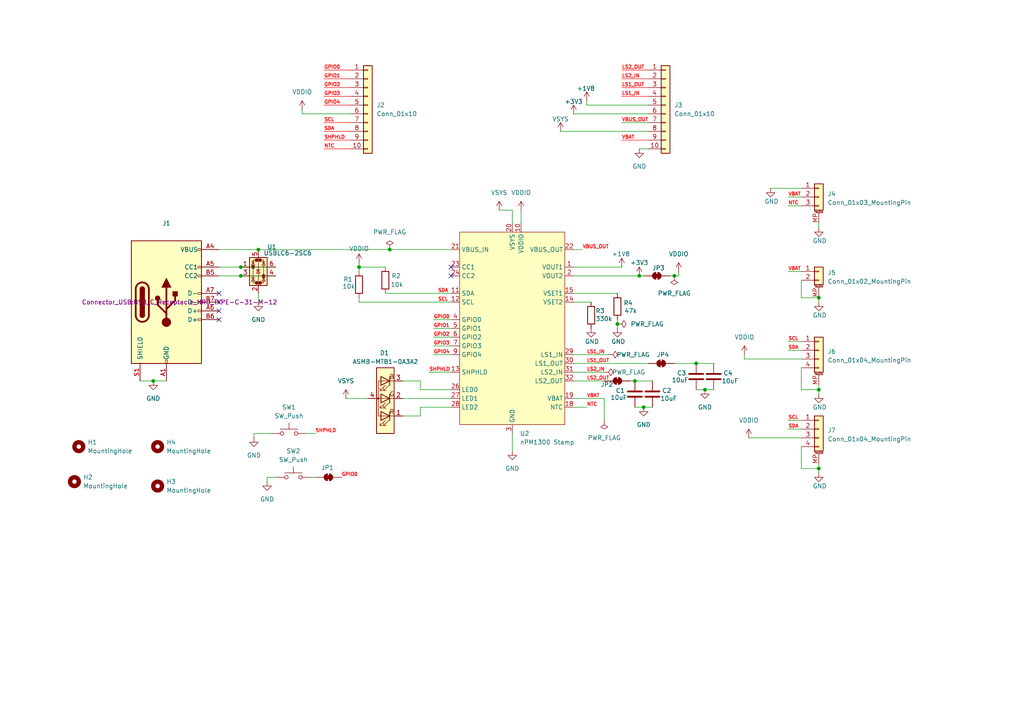
<source format=kicad_sch>
(kicad_sch (version 20231120) (generator "eeschema") (generator_version "8.0")
  (paper "A4")
  (title_block (title "npm1300 Kicad design") (date "06/10/2024") (rev "Version 1") (company "Integral Systems Design"))
  (lib_symbols
    (symbol "Connector:USB_C_Receptacle_USB2.0_14P" (pin_names (offset 1.016))
      (property "Reference" "J" (at 0 22.225 0))
      (property "Value" "USB_C_Receptacle_USB2.0_14P" (at 0 19.685 0))
      (symbol "USB_C_Receptacle_USB2.0_14P_0_0"
        (rectangle (start -0.254 -17.78) (end 0.254 -16.764))
        (rectangle (start 10.16 -4.826) (end 9.144 -5.334))
        (rectangle (start 10.16 -2.286) (end 9.144 -2.794))
        (rectangle (start 10.16 0.254) (end 9.144 -0.254))
        (rectangle (start 10.16 2.794) (end 9.144 2.286))
        (rectangle (start 10.16 7.874) (end 9.144 7.366))
        (rectangle (start 10.16 10.414) (end 9.144 9.906))
        (rectangle (start 10.16 15.494) (end 9.144 14.986))
      )
      (symbol "USB_C_Receptacle_USB2.0_14P_0_1"
        (rectangle (start -10.16 17.78) (end 10.16 -17.78) (stroke (width 0.254)) (fill (type background)))
        (arc (start -8.89 -3.81) (mid -6.985 -5.7067) (end -5.08 -3.81) (stroke (width 0.508)))
        (arc (start -7.62 -3.81) (mid -6.985 -4.4423) (end -6.35 -3.81) (stroke (width 0.254)))
        (arc (start -7.62 -3.81) (mid -6.985 -4.4423) (end -6.35 -3.81) (stroke (width 0.254)) (fill (type outline)))
        (rectangle (start -7.62 -3.81) (end -6.35 3.81) (stroke (width 0.254)) (fill (type outline)))
        (arc (start -6.35 3.81) (mid -6.985 4.4423) (end -7.62 3.81) (stroke (width 0.254)))
        (arc (start -6.35 3.81) (mid -6.985 4.4423) (end -7.62 3.81) (stroke (width 0.254)) (fill (type outline)))
        (arc (start -5.08 3.81) (mid -6.985 5.7067) (end -8.89 3.81) (stroke (width 0.508)))
        (circle (center -2.54 1.143) (radius 0.635) (stroke (width 0.254)) (fill (type outline)))
        (circle (center 0 -5.842) (radius 1.27) (fill (type outline)))
        (polyline (pts (xy -8.89 -3.81) (xy -8.89 3.81)) (stroke (width 0.508)))
        (polyline (pts (xy -5.08 3.81) (xy -5.08 -3.81)) (stroke (width 0.508)))
        (polyline (pts (xy 0 -5.842) (xy 0 4.318)) (stroke (width 0.508)))
        (polyline (pts (xy 0 -3.302) (xy -2.54 -0.762) (xy -2.54 0.508)) (stroke (width 0.508)))
        (polyline (pts (xy 0 -2.032) (xy 2.54 0.508) (xy 2.54 1.778)) (stroke (width 0.508)))
        (polyline (pts (xy -1.27 4.318) (xy 0 6.858) (xy 1.27 4.318) (xy -1.27 4.318)) (stroke (width 0.254)) (fill (type outline)))
        (rectangle (start 1.905 1.778) (end 3.175 3.048) (stroke (width 0.254)) (fill (type outline)))
      )
      (symbol "USB_C_Receptacle_USB2.0_14P_1_1"
        (pin passive line (at 0 -22.86 90) (length 5.08) (name "GND") (number "A1"))
        (pin passive line (at 0 -22.86 90) (length 5.08) hide (name "GND") (number "A12"))
        (pin passive line (at 15.24 15.24 180) (length 5.08) (name "VBUS") (number "A4"))
        (pin bidirectional line (at 15.24 10.16 180) (length 5.08) (name "CC1") (number "A5"))
        (pin bidirectional line (at 15.24 -2.54 180) (length 5.08) (name "D+") (number "A6"))
        (pin bidirectional line (at 15.24 2.54 180) (length 5.08) (name "D-") (number "A7"))
        (pin passive line (at 15.24 15.24 180) (length 5.08) hide (name "VBUS") (number "A9"))
        (pin passive line (at 0 -22.86 90) (length 5.08) hide (name "GND") (number "B1"))
        (pin passive line (at 0 -22.86 90) (length 5.08) hide (name "GND") (number "B12"))
        (pin passive line (at 15.24 15.24 180) (length 5.08) hide (name "VBUS") (number "B4"))
        (pin bidirectional line (at 15.24 7.62 180) (length 5.08) (name "CC2") (number "B5"))
        (pin bidirectional line (at 15.24 -5.08 180) (length 5.08) (name "D+") (number "B6"))
        (pin bidirectional line (at 15.24 0 180) (length 5.08) (name "D-") (number "B7"))
        (pin passive line (at 15.24 15.24 180) (length 5.08) hide (name "VBUS") (number "B9"))
        (pin passive line (at -7.62 -22.86 90) (length 5.08) (name "SHIELD") (number "S1"))
      )
    )
    (symbol "Connector_Generic:Conn_01x10" (pin_names (offset 1.016) hide)
      (property "Reference" "J" (at 0 12.7 0))
      (property "Value" "Conn_01x10" (at 0 -15.24 0))
      (symbol "Conn_01x10_1_1"
        (rectangle (start -1.27 -12.573) (end 0 -12.827) (stroke (width 0.1524)))
        (rectangle (start -1.27 -10.033) (end 0 -10.287) (stroke (width 0.1524)))
        (rectangle (start -1.27 -7.493) (end 0 -7.747) (stroke (width 0.1524)))
        (rectangle (start -1.27 -4.953) (end 0 -5.207) (stroke (width 0.1524)))
        (rectangle (start -1.27 -2.413) (end 0 -2.667) (stroke (width 0.1524)))
        (rectangle (start -1.27 0.127) (end 0 -0.127) (stroke (width 0.1524)))
        (rectangle (start -1.27 2.667) (end 0 2.413) (stroke (width 0.1524)))
        (rectangle (start -1.27 5.207) (end 0 4.953) (stroke (width 0.1524)))
        (rectangle (start -1.27 7.747) (end 0 7.493) (stroke (width 0.1524)))
        (rectangle (start -1.27 10.287) (end 0 10.033) (stroke (width 0.1524)))
        (rectangle (start -1.27 11.43) (end 1.27 -13.97) (stroke (width 0.254)) (fill (type background)))
        (pin passive line (at -5.08 10.16 0) (length 3.81) (name "Pin_1") (number "1"))
        (pin passive line (at -5.08 -12.7 0) (length 3.81) (name "Pin_10") (number "10"))
        (pin passive line (at -5.08 7.62 0) (length 3.81) (name "Pin_2") (number "2"))
        (pin passive line (at -5.08 5.08 0) (length 3.81) (name "Pin_3") (number "3"))
        (pin passive line (at -5.08 2.54 0) (length 3.81) (name "Pin_4") (number "4"))
        (pin passive line (at -5.08 0 0) (length 3.81) (name "Pin_5") (number "5"))
        (pin passive line (at -5.08 -2.54 0) (length 3.81) (name "Pin_6") (number "6"))
        (pin passive line (at -5.08 -5.08 0) (length 3.81) (name "Pin_7") (number "7"))
        (pin passive line (at -5.08 -7.62 0) (length 3.81) (name "Pin_8") (number "8"))
        (pin passive line (at -5.08 -10.16 0) (length 3.81) (name "Pin_9") (number "9"))
      )
    )
    (symbol "Connector_Generic_MountingPin:Conn_01x02_MountingPin" (pin_names (offset 1.016) hide)
      (property "Reference" "J" (at 0 2.54 0))
      (property "Value" "Conn_01x02_MountingPin" (at 1.27 -5.08 0))
      (symbol "Conn_01x02_MountingPin_1_1"
        (rectangle (start -1.27 -2.413) (end 0 -2.667) (stroke (width 0.1524)))
        (rectangle (start -1.27 0.127) (end 0 -0.127) (stroke (width 0.1524)))
        (rectangle (start -1.27 1.27) (end 1.27 -3.81) (stroke (width 0.254)) (fill (type background)))
        (polyline (pts (xy -1.016 -4.572) (xy 1.016 -4.572)) (stroke (width 0.1524)))
        (text "Mounting" (at 0 -4.191 0) (effects (font (size 0.381 0.381))))
        (pin passive line (at -5.08 0 0) (length 3.81) (name "Pin_1") (number "1"))
        (pin passive line (at -5.08 -2.54 0) (length 3.81) (name "Pin_2") (number "2"))
        (pin passive line (at 0 -7.62 90) (length 3.048) (name "MountPin") (number "MP"))
      )
    )
    (symbol "Connector_Generic_MountingPin:Conn_01x03_MountingPin" (pin_names (offset 1.016) hide)
      (property "Reference" "J" (at 0 5.08 0))
      (property "Value" "Conn_01x03_MountingPin" (at 1.27 -5.08 0))
      (symbol "Conn_01x03_MountingPin_1_1"
        (rectangle (start -1.27 -2.413) (end 0 -2.667) (stroke (width 0.1524)))
        (rectangle (start -1.27 0.127) (end 0 -0.127) (stroke (width 0.1524)))
        (rectangle (start -1.27 2.667) (end 0 2.413) (stroke (width 0.1524)))
        (rectangle (start -1.27 3.81) (end 1.27 -3.81) (stroke (width 0.254)) (fill (type background)))
        (polyline (pts (xy -1.016 -4.572) (xy 1.016 -4.572)) (stroke (width 0.1524)))
        (text "Mounting" (at 0 -4.191 0) (effects (font (size 0.381 0.381))))
        (pin passive line (at -5.08 2.54 0) (length 3.81) (name "Pin_1") (number "1"))
        (pin passive line (at -5.08 0 0) (length 3.81) (name "Pin_2") (number "2"))
        (pin passive line (at -5.08 -2.54 0) (length 3.81) (name "Pin_3") (number "3"))
        (pin passive line (at 0 -7.62 90) (length 3.048) (name "MountPin") (number "MP"))
      )
    )
    (symbol "Connector_Generic_MountingPin:Conn_01x04_MountingPin" (pin_names (offset 1.016) hide)
      (property "Reference" "J" (at 0 5.08 0))
      (property "Value" "Conn_01x04_MountingPin" (at 1.27 -7.62 0))
      (symbol "Conn_01x04_MountingPin_1_1"
        (rectangle (start -1.27 -4.953) (end 0 -5.207) (stroke (width 0.1524)))
        (rectangle (start -1.27 -2.413) (end 0 -2.667) (stroke (width 0.1524)))
        (rectangle (start -1.27 0.127) (end 0 -0.127) (stroke (width 0.1524)))
        (rectangle (start -1.27 2.667) (end 0 2.413) (stroke (width 0.1524)))
        (rectangle (start -1.27 3.81) (end 1.27 -6.35) (stroke (width 0.254)) (fill (type background)))
        (polyline (pts (xy -1.016 -7.112) (xy 1.016 -7.112)) (stroke (width 0.1524)))
        (text "Mounting" (at 0 -6.731 0) (effects (font (size 0.381 0.381))))
        (pin passive line (at -5.08 2.54 0) (length 3.81) (name "Pin_1") (number "1"))
        (pin passive line (at -5.08 0 0) (length 3.81) (name "Pin_2") (number "2"))
        (pin passive line (at -5.08 -2.54 0) (length 3.81) (name "Pin_3") (number "3"))
        (pin passive line (at -5.08 -5.08 0) (length 3.81) (name "Pin_4") (number "4"))
        (pin passive line (at 0 -10.16 90) (length 3.048) (name "MountPin") (number "MP"))
      )
    )
    (symbol "Device:C" (pin_numbers hide) (pin_names (offset 0.254))
      (property "Reference" "C" (at 0.635 2.54 0))
      (property "Value" "C" (at 0.635 -2.54 0))
      (symbol "C_0_1"
        (polyline (pts (xy -2.032 -0.762) (xy 2.032 -0.762)) (stroke (width 0.508)))
        (polyline (pts (xy -2.032 0.762) (xy 2.032 0.762)) (stroke (width 0.508)))
      )
      (symbol "C_1_1"
        (pin passive line (at 0 3.81 270) (length 2.794) (name "~") (number "1"))
        (pin passive line (at 0 -3.81 90) (length 2.794) (name "~") (number "2"))
      )
    )
    (symbol "Device:R" (pin_numbers hide) (pin_names (offset 0))
      (property "Reference" "R" (at 2.032 0 90))
      (property "Value" "R" (at 0 0 90))
      (symbol "R_0_1"
        (rectangle (start -1.016 -2.54) (end 1.016 2.54) (stroke (width 0.254)))
      )
      (symbol "R_1_1"
        (pin passive line (at 0 3.81 270) (length 1.27) (name "~") (number "1"))
        (pin passive line (at 0 -3.81 90) (length 1.27) (name "~") (number "2"))
      )
    )
    (symbol "Jumper:SolderJumper_2_Bridged" (pin_numbers hide) (pin_names (offset 0) hide) (exclude_from_sim yes) (in_bom no)
      (property "Reference" "JP" (at 0 2.032 0))
      (property "Value" "SolderJumper_2_Bridged" (at 0 -2.54 0))
      (symbol "SolderJumper_2_Bridged_0_1"
        (rectangle (start -0.508 0.508) (end 0.508 -0.508) (fill (type outline)))
        (arc (start -0.254 1.016) (mid -1.2656 0) (end -0.254 -1.016))
        (arc (start -0.254 1.016) (mid -1.2656 0) (end -0.254 -1.016) (fill (type outline)))
        (polyline (pts (xy -0.254 1.016) (xy -0.254 -1.016)))
        (polyline (pts (xy 0.254 1.016) (xy 0.254 -1.016)))
        (arc (start 0.254 -1.016) (mid 1.2656 0) (end 0.254 1.016))
        (arc (start 0.254 -1.016) (mid 1.2656 0) (end 0.254 1.016) (fill (type outline)))
      )
      (symbol "SolderJumper_2_Bridged_1_1"
        (pin passive line (at -3.81 0 0) (length 2.54) (name "A") (number "1"))
        (pin passive line (at 3.81 0 180) (length 2.54) (name "B") (number "2"))
      )
    )
    (symbol "LED:ASMB-MTB1-0A3A2" (pin_names (offset 0) hide)
      (property "Reference" "D" (at 0 12.7 0))
      (property "Value" "ASMB-MTB1-0A3A2" (at 1.27 -11.43 0))
      (symbol "ASMB-MTB1-0A3A2_0_0"
        (text "B" (at -1.905 -6.35 0) (effects (font (size 1.27 1.27))))
        (text "G" (at -1.905 -1.27 0) (effects (font (size 1.27 1.27))))
        (text "R" (at -1.905 3.81 0) (effects (font (size 1.27 1.27))))
      )
      (symbol "ASMB-MTB1-0A3A2_0_1"
        (polyline (pts (xy -2.54 -5.08) (xy 1.27 -5.08)))
        (polyline (pts (xy -1.27 -3.81) (xy -1.27 -6.35)) (stroke (width 0.254)))
        (polyline (pts (xy -1.27 1.27) (xy -1.27 -1.27)) (stroke (width 0.254)))
        (polyline (pts (xy -1.27 6.35) (xy -1.27 3.81)) (stroke (width 0.254)))
        (polyline (pts (xy 1.27 5.08) (xy -2.54 5.08)))
        (polyline (pts (xy 2.54 0) (xy -2.54 0)))
        (polyline (pts (xy 1.27 -5.08) (xy 2.032 -5.08) (xy 2.032 5.08) (xy 1.27 5.08)))
        (polyline (pts (xy 1.27 -3.81) (xy 1.27 -6.35) (xy -1.27 -5.08) (xy 1.27 -3.81)) (stroke (width 0.254)))
        (polyline (pts (xy 1.27 1.27) (xy 1.27 -1.27) (xy -1.27 0) (xy 1.27 1.27)) (stroke (width 0.254)))
        (polyline (pts (xy 1.27 6.35) (xy 1.27 3.81) (xy -1.27 5.08) (xy 1.27 6.35)) (stroke (width 0.254)))
        (polyline (pts (xy -1.016 -3.81) (xy 0.508 -2.286) (xy -0.254 -2.286) (xy 0.508 -2.286) (xy 0.508 -3.048)))
        (polyline (pts (xy -1.016 1.27) (xy 0.508 2.794) (xy -0.254 2.794) (xy 0.508 2.794) (xy 0.508 2.032)))
        (polyline (pts (xy -1.016 6.35) (xy 0.508 7.874) (xy -0.254 7.874) (xy 0.508 7.874) (xy 0.508 7.112)))
        (polyline (pts (xy 0 -3.81) (xy 1.524 -2.286) (xy 0.762 -2.286) (xy 1.524 -2.286) (xy 1.524 -3.048)))
        (polyline (pts (xy 0 1.27) (xy 1.524 2.794) (xy 0.762 2.794) (xy 1.524 2.794) (xy 1.524 2.032)))
        (polyline (pts (xy 0 6.35) (xy 1.524 7.874) (xy 0.762 7.874) (xy 1.524 7.874) (xy 1.524 7.112)))
        (rectangle (start 1.27 6.35) (end 1.27 6.35))
        (circle (center 2.032 0) (radius 0.254) (fill (type outline)))
        (rectangle (start 2.54 -8.89) (end -2.54 10.16) (stroke (width 0.254)) (fill (type background)))
      )
      (symbol "ASMB-MTB1-0A3A2_1_1"
        (pin passive line (at -5.08 5.08 0) (length 2.54) (name "RK") (number "1"))
        (pin passive line (at -5.08 0 0) (length 2.54) (name "GK") (number "2"))
        (pin passive line (at -5.08 -5.08 0) (length 2.54) (name "BK") (number "3"))
        (pin passive line (at 5.08 0 180) (length 2.54) (name "A") (number "4"))
      )
    )
    (symbol "Mechanical:MountingHole" (pin_names (offset 1.016)) (exclude_from_sim yes) (in_bom no)
      (property "Reference" "H" (at 0 5.08 0))
      (property "Value" "MountingHole" (at 0 3.175 0))
      (symbol "MountingHole_0_1"
        (circle (center 0 0) (radius 1.27) (stroke (width 1.27)))
      )
    )
    (symbol "MySymbols:nPM1300-Stamp"
      (property "Reference" "U" (at 0 0 0))
      (property "Value" "nPM1300 Stamp" (at 0 -2.54 0))
      (symbol "nPM1300-Stamp_0_0"
        (pin power_out line (at 17.78 17.78 180) (length 2.54) (name "VOUT1") (number "1"))
        (pin power_in line (at 2.54 30.48 270) (length 2.54) (name "VDDIO") (number "10"))
        (pin bidirectional line (at -17.78 10.16 0) (length 2.54) (name "SDA") (number "11"))
        (pin input line (at -17.78 7.62 0) (length 2.54) (name "SCL") (number "12"))
        (pin input line (at -17.78 -12.7 0) (length 2.54) (name "SHPHLD") (number "13"))
        (pin passive line (at 17.78 7.62 180) (length 2.54) (name "VSET2") (number "14"))
        (pin passive line (at 17.78 10.16 180) (length 2.54) (name "VSET1") (number "15"))
        (pin passive line (at 0 -30.48 90) (length 2.54) hide (name "GND") (number "16"))
        (pin passive line (at 0 -30.48 90) (length 2.54) hide (name "GND") (number "17"))
        (pin passive line (at 17.78 -22.86 180) (length 2.54) (name "NTC") (number "18"))
        (pin power_in line (at 17.78 -20.32 180) (length 2.54) (name "VBAT") (number "19"))
        (pin power_out line (at 17.78 15.24 180) (length 2.54) (name "VOUT2") (number "2"))
        (pin power_out line (at 0 30.48 270) (length 2.54) (name "VSYS") (number "20"))
        (pin power_in line (at -17.78 22.86 0) (length 2.54) (name "VBUS_IN") (number "21"))
        (pin power_out line (at 17.78 22.86 180) (length 2.54) (name "VBUS_OUT") (number "22"))
        (pin input line (at -17.78 17.78 0) (length 2.54) (name "CC1") (number "23"))
        (pin input line (at -17.78 15.24 0) (length 2.54) (name "CC2") (number "24"))
        (pin passive line (at 0 -30.48 90) (length 2.54) hide (name "GND") (number "25"))
        (pin input line (at -17.78 -17.78 0) (length 2.54) (name "LED0") (number "26"))
        (pin input line (at -17.78 -20.32 0) (length 2.54) (name "LED1") (number "27"))
        (pin input line (at -17.78 -22.86 0) (length 2.54) (name "LED2") (number "28"))
        (pin power_in line (at 17.78 -7.62 180) (length 2.54) (name "LS1_IN") (number "29"))
        (pin power_in line (at 0 -30.48 90) (length 2.54) (name "GND") (number "3"))
        (pin power_out line (at 17.78 -10.16 180) (length 2.54) (name "LS1_OUT") (number "30"))
        (pin power_in line (at 17.78 -12.7 180) (length 2.54) (name "LS2_IN") (number "31"))
        (pin power_out line (at 17.78 -15.24 180) (length 2.54) (name "LS2_OUT") (number "32"))
        (pin bidirectional line (at -17.78 2.54 0) (length 2.54) (name "GPIO0") (number "4"))
        (pin bidirectional line (at -17.78 0 0) (length 2.54) (name "GPIO1") (number "5"))
        (pin bidirectional line (at -17.78 -2.54 0) (length 2.54) (name "GPIO2") (number "6"))
        (pin bidirectional line (at -17.78 -5.08 0) (length 2.54) (name "GPIO3") (number "7"))
        (pin passive line (at 0 -30.48 90) (length 2.54) hide (name "GND") (number "8"))
        (pin bidirectional line (at -17.78 -7.62 0) (length 2.54) (name "GPIO4") (number "9"))
      )
      (symbol "nPM1300-Stamp_1_1"
        (rectangle (start -15.24 27.94) (end 15.24 -27.94) (fill (type background)))
      )
    )
    (symbol "Power_Protection:USBLC6-2SC6" (pin_names hide)
      (property "Reference" "U" (at 0.635 5.715 0))
      (property "Value" "USBLC6-2SC6" (at 0.635 3.81 0))
      (symbol "USBLC6-2SC6_0_0"
        (circle (center -1.524 0) (radius 0.0001) (stroke (width 0.508)))
        (circle (center -0.508 -4.572) (radius 0.0001) (stroke (width 0.508)))
        (circle (center -0.508 2.032) (radius 0.0001) (stroke (width 0.508)))
        (circle (center 0.508 -4.572) (radius 0.0001) (stroke (width 0.508)))
        (circle (center 0.508 2.032) (radius 0.0001) (stroke (width 0.508)))
        (circle (center 1.524 -2.54) (radius 0.0001) (stroke (width 0.508)))
      )
      (symbol "USBLC6-2SC6_0_1"
        (polyline (pts (xy -2.54 -2.54) (xy 2.54 -2.54)))
        (polyline (pts (xy -2.54 0) (xy 2.54 0)))
        (polyline (pts (xy -2.032 -3.048) (xy -1.016 -3.048)))
        (polyline (pts (xy -1.016 1.524) (xy -2.032 1.524)))
        (polyline (pts (xy 1.016 -3.048) (xy 2.032 -3.048)))
        (polyline (pts (xy 1.016 1.524) (xy 2.032 1.524)))
        (polyline (pts (xy -0.508 -1.143) (xy -0.508 -0.762) (xy 0.508 -0.762)))
        (polyline (pts (xy -2.032 0.508) (xy -1.016 0.508) (xy -1.524 1.524) (xy -2.032 0.508)))
        (polyline (pts (xy -1.016 -4.064) (xy -2.032 -4.064) (xy -1.524 -3.048) (xy -1.016 -4.064)))
        (polyline (pts (xy 0.508 -1.778) (xy -0.508 -1.778) (xy 0 -0.762) (xy 0.508 -1.778)))
        (polyline (pts (xy 2.032 -4.064) (xy 1.016 -4.064) (xy 1.524 -3.048) (xy 2.032 -4.064)))
        (polyline (pts (xy 2.032 0.508) (xy 1.016 0.508) (xy 1.524 1.524) (xy 2.032 0.508)))
        (polyline (pts (xy 0 2.54) (xy -0.508 2.032) (xy 0.508 2.032) (xy 0 1.524) (xy 0 -4.064) (xy -0.508 -4.572) (xy 0.508 -4.572) (xy 0 -5.08)))
      )
      (symbol "USBLC6-2SC6_1_1"
        (rectangle (start -2.54 2.794) (end 2.54 -5.334) (stroke (width 0.254)) (fill (type background)))
        (polyline (pts (xy -0.508 2.032) (xy -1.524 2.032) (xy -1.524 -4.572) (xy -0.508 -4.572)))
        (polyline (pts (xy 0.508 -4.572) (xy 1.524 -4.572) (xy 1.524 2.032) (xy 0.508 2.032)))
        (pin passive line (at -5.08 0 0) (length 2.54) (name "I/O1") (number "1"))
        (pin passive line (at 0 -7.62 90) (length 2.54) (name "GND") (number "2"))
        (pin passive line (at -5.08 -2.54 0) (length 2.54) (name "I/O2") (number "3"))
        (pin passive line (at 5.08 -2.54 180) (length 2.54) (name "I/O2") (number "4"))
        (pin passive line (at 0 5.08 270) (length 2.54) (name "VBUS") (number "5"))
        (pin passive line (at 5.08 0 180) (length 2.54) (name "I/O1") (number "6"))
      )
    )
    (symbol "Switch:SW_Push" (pin_numbers hide) (pin_names (offset 1.016) hide)
      (property "Reference" "SW" (at 1.27 2.54 0))
      (property "Value" "SW_Push" (at 0 -1.524 0))
      (symbol "SW_Push_0_1"
        (circle (center -2.032 0) (radius 0.508))
        (polyline (pts (xy 0 1.27) (xy 0 3.048)))
        (polyline (pts (xy 2.54 1.27) (xy -2.54 1.27)))
        (circle (center 2.032 0) (radius 0.508))
        (pin passive line (at -5.08 0 0) (length 2.54) (name "1") (number "1"))
        (pin passive line (at 5.08 0 180) (length 2.54) (name "2") (number "2"))
      )
    )
    (symbol "power:+1V8" (power) (pin_numbers hide) (pin_names (offset 0) hide)
      (property "Value" "+1V8" (at 0 3.556 0))
      (symbol "+1V8_0_1"
        (polyline (pts (xy -0.762 1.27) (xy 0 2.54)))
        (polyline (pts (xy 0 0) (xy 0 2.54)))
        (polyline (pts (xy 0 2.54) (xy 0.762 1.27)))
      )
      (symbol "+1V8_1_1"
        (pin power_in line (at 0 0 90) (length 0) (name "~") (number "1"))
      )
    )
    (symbol "power:+3V3" (power) (pin_numbers hide) (pin_names (offset 0) hide)
      (property "Value" "+3V3" (at 0 3.556 0))
      (symbol "+3V3_0_1"
        (polyline (pts (xy -0.762 1.27) (xy 0 2.54)))
        (polyline (pts (xy 0 0) (xy 0 2.54)))
        (polyline (pts (xy 0 2.54) (xy 0.762 1.27)))
      )
      (symbol "+3V3_1_1"
        (pin power_in line (at 0 0 90) (length 0) (name "~") (number "1"))
      )
    )
    (symbol "power:GND" (power) (pin_numbers hide) (pin_names (offset 0) hide)
      (property "Value" "GND" (at 0 -3.81 0))
      (symbol "GND_0_1"
        (polyline (pts (xy 0 0) (xy 0 -1.27) (xy 1.27 -1.27) (xy 0 -2.54) (xy -1.27 -1.27) (xy 0 -1.27)))
      )
      (symbol "GND_1_1"
        (pin power_in line (at 0 0 270) (length 0) (name "~") (number "1"))
      )
    )
    (symbol "power:PWR_FLAG" (power) (pin_numbers hide) (pin_names (offset 0) hide)
      (property "Value" "PWR_FLAG" (at 0 3.81 0))
      (symbol "PWR_FLAG_0_0"
        (pin power_out line (at 0 0 90) (length 0) (name "~") (number "1"))
      )
      (symbol "PWR_FLAG_0_1"
        (polyline (pts (xy 0 0) (xy 0 1.27) (xy -1.016 1.905) (xy 0 2.54) (xy 1.016 1.905) (xy 0 1.27)))
      )
    )
    (symbol "power:VCC" (power) (pin_numbers hide) (pin_names (offset 0) hide)
      (property "Value" "VCC" (at 0 3.556 0))
      (symbol "VCC_0_1"
        (polyline (pts (xy -0.762 1.27) (xy 0 2.54)))
        (polyline (pts (xy 0 0) (xy 0 2.54)))
        (polyline (pts (xy 0 2.54) (xy 0.762 1.27)))
      )
      (symbol "VCC_1_1"
        (pin power_in line (at 0 0 90) (length 0) (name "~") (number "1"))
      )
    )
  )
  (junction (at 179.07 93.98))
  (junction (at 104.14 77.47))
  (junction (at 201.93 105.41))
  (junction (at 237.49 86.36))
  (junction (at 69.85 80.01))
  (junction (at 184.15 110.49))
  (junction (at 74.93 72.39))
  (junction (at 237.49 135.89))
  (junction (at 69.85 77.47))
  (junction (at 113.03 72.39))
  (junction (at 44.45 110.49))
  (junction (at 195.58 80.01))
  (junction (at 186.69 118.11))
  (junction (at 185.42 80.01))
  (junction (at 204.47 113.03))
  (junction (at 237.49 113.03))
  (no_connect (at 130.81 80.01))
  (no_connect (at 63.5 87.63))
  (no_connect (at 63.5 85.09))
  (no_connect (at 63.5 92.71))
  (no_connect (at 130.81 77.47))
  (no_connect (at 63.5 90.17))
  (wire (pts (xy 179.07 93.98) (xy 179.07 95.25)))
  (wire (pts (xy 93.98 27.94) (xy 101.6 27.94)) (stroke (width 0) (color 255 0 0 1)))
  (wire (pts (xy 125.73 92.71) (xy 130.81 92.71)))
  (wire (pts (xy 40.64 110.49) (xy 44.45 110.49)))
  (wire (pts (xy 228.6 99.06) (xy 232.41 99.06)))
  (wire (pts (xy 69.85 77.47) (xy 80.01 77.47)))
  (wire (pts (xy 121.92 118.11) (xy 130.81 118.11)))
  (wire (pts (xy 166.37 107.95) (xy 175.26 107.95)))
  (wire (pts (xy 148.59 60.96) (xy 148.59 64.77)))
  (wire (pts (xy 228.6 121.92) (xy 232.41 121.92)))
  (wire (pts (xy 180.34 25.4) (xy 187.96 25.4)) (stroke (width 0) (color 255 0 0 1)))
  (wire (pts (xy 186.69 118.11) (xy 189.23 118.11)))
  (wire (pts (xy 91.44 125.73) (xy 88.9 125.73)))
  (wire (pts (xy 166.37 115.57) (xy 175.26 115.57)))
  (wire (pts (xy 111.76 85.09) (xy 130.81 85.09)))
  (wire (pts (xy 104.14 87.63) (xy 104.14 86.36)))
  (wire (pts (xy 93.98 30.48) (xy 101.6 30.48)) (stroke (width 0) (color 255 0 0 1)))
  (wire (pts (xy 180.34 22.86) (xy 187.96 22.86)) (stroke (width 0) (color 255 0 0 1)))
  (wire (pts (xy 228.6 78.74) (xy 232.41 78.74)))
  (wire (pts (xy 166.37 110.49) (xy 175.26 110.49)))
  (wire (pts (xy 166.37 77.47) (xy 180.34 77.47)))
  (wire (pts (xy 201.93 113.03) (xy 204.47 113.03)))
  (wire (pts (xy 125.73 97.79) (xy 130.81 97.79)))
  (wire (pts (xy 87.63 33.02) (xy 87.63 31.75)))
  (wire (pts (xy 121.92 113.03) (xy 130.81 113.03)))
  (wire (pts (xy 180.34 35.56) (xy 187.96 35.56)))
  (wire (pts (xy 187.96 33.02) (xy 166.37 33.02)))
  (wire (pts (xy 237.49 113.03) (xy 237.49 114.3)))
  (wire (pts (xy 232.41 129.54) (xy 232.41 135.89)))
  (wire (pts (xy 185.42 43.18) (xy 187.96 43.18)))
  (wire (pts (xy 63.5 80.01) (xy 69.85 80.01)))
  (wire (pts (xy 151.13 60.96) (xy 151.13 64.77)))
  (wire (pts (xy 228.6 59.69) (xy 232.41 59.69)))
  (wire (pts (xy 73.66 125.73) (xy 73.66 127)))
  (wire (pts (xy 125.73 102.87) (xy 130.81 102.87)))
  (wire (pts (xy 104.14 77.47) (xy 111.76 77.47)))
  (wire (pts (xy 228.6 57.15) (xy 232.41 57.15)))
  (wire (pts (xy 237.49 135.89) (xy 237.49 137.16)))
  (wire (pts (xy 166.37 87.63) (xy 171.45 87.63)))
  (wire (pts (xy 116.84 115.57) (xy 130.81 115.57)))
  (wire (pts (xy 166.37 105.41) (xy 187.96 105.41)))
  (wire (pts (xy 116.84 120.65) (xy 121.92 120.65)))
  (wire (pts (xy 69.85 80.01) (xy 80.01 80.01)))
  (wire (pts (xy 196.85 80.01) (xy 196.85 78.74)))
  (wire (pts (xy 63.5 77.47) (xy 69.85 77.47)))
  (wire (pts (xy 93.98 40.64) (xy 101.6 40.64)) (stroke (width 0) (color 255 0 0 1)))
  (wire (pts (xy 116.84 110.49) (xy 121.92 110.49)))
  (wire (pts (xy 113.03 72.39) (xy 130.81 72.39)))
  (wire (pts (xy 187.96 38.1) (xy 162.56 38.1)))
  (wire (pts (xy 104.14 76.2) (xy 104.14 77.47)))
  (wire (pts (xy 124.46 107.95) (xy 130.81 107.95)))
  (wire (pts (xy 187.96 30.48) (xy 170.18 30.48)))
  (wire (pts (xy 130.81 87.63) (xy 104.14 87.63)))
  (wire (pts (xy 125.73 95.25) (xy 130.81 95.25)))
  (wire (pts (xy 175.26 121.92) (xy 175.26 115.57)))
  (wire (pts (xy 223.52 54.61) (xy 232.41 54.61)))
  (wire (pts (xy 144.78 60.96) (xy 148.59 60.96)))
  (wire (pts (xy 237.49 64.77) (xy 237.49 66.04)))
  (wire (pts (xy 195.58 105.41) (xy 201.93 105.41)))
  (wire (pts (xy 125.73 100.33) (xy 130.81 100.33)))
  (wire (pts (xy 104.14 77.47) (xy 104.14 78.74)))
  (wire (pts (xy 93.98 20.32) (xy 101.6 20.32)) (stroke (width 0) (color 255 0 0 1)))
  (wire (pts (xy 217.17 127) (xy 232.41 127)))
  (wire (pts (xy 186.69 80.01) (xy 185.42 80.01)))
  (wire (pts (xy 93.98 38.1) (xy 101.6 38.1)) (stroke (width 0) (color 255 0 0 1)))
  (wire (pts (xy 237.49 134.62) (xy 237.49 135.89)))
  (wire (pts (xy 121.92 120.65) (xy 121.92 118.11)))
  (wire (pts (xy 93.98 22.86) (xy 101.6 22.86)) (stroke (width 0) (color 255 0 0 1)))
  (wire (pts (xy 74.93 72.39) (xy 113.03 72.39)))
  (wire (pts (xy 184.15 110.49) (xy 189.23 110.49)))
  (wire (pts (xy 204.47 113.03) (xy 207.01 113.03)))
  (wire (pts (xy 215.9 104.14) (xy 215.9 102.87)))
  (wire (pts (xy 78.74 125.73) (xy 73.66 125.73)))
  (wire (pts (xy 90.17 138.43) (xy 91.44 138.43)))
  (wire (pts (xy 77.47 138.43) (xy 77.47 139.7)))
  (wire (pts (xy 100.33 115.57) (xy 106.68 115.57)))
  (wire (pts (xy 180.34 27.94) (xy 187.96 27.94)) (stroke (width 0) (color 255 0 0 1)))
  (wire (pts (xy 166.37 85.09) (xy 179.07 85.09)))
  (wire (pts (xy 180.34 20.32) (xy 187.96 20.32)) (stroke (width 0) (color 255 0 0 1)))
  (wire (pts (xy 170.18 30.48) (xy 170.18 29.21)))
  (wire (pts (xy 182.88 110.49) (xy 184.15 110.49)))
  (wire (pts (xy 166.37 80.01) (xy 185.42 80.01)))
  (wire (pts (xy 74.93 85.09) (xy 74.93 87.63)))
  (wire (pts (xy 148.59 125.73) (xy 148.59 130.81)))
  (wire (pts (xy 237.49 111.76) (xy 237.49 113.03)))
  (wire (pts (xy 101.6 33.02) (xy 87.63 33.02)))
  (wire (pts (xy 237.49 86.36) (xy 237.49 87.63)))
  (wire (pts (xy 44.45 110.49) (xy 48.26 110.49)))
  (wire (pts (xy 93.98 25.4) (xy 101.6 25.4)) (stroke (width 0) (color 255 0 0 1)))
  (wire (pts (xy 166.37 102.87) (xy 176.53 102.87)))
  (wire (pts (xy 195.58 80.01) (xy 196.85 80.01)))
  (wire (pts (xy 80.01 138.43) (xy 77.47 138.43)))
  (wire (pts (xy 93.98 43.18) (xy 101.6 43.18)) (stroke (width 0) (color 255 0 0 1)))
  (wire (pts (xy 93.98 35.56) (xy 101.6 35.56)) (stroke (width 0) (color 255 0 0 1)))
  (wire (pts (xy 166.37 72.39) (xy 168.91 72.39)))
  (wire (pts (xy 228.6 101.6) (xy 232.41 101.6)))
  (wire (pts (xy 201.93 105.41) (xy 207.01 105.41)))
  (wire (pts (xy 232.41 113.03) (xy 237.49 113.03)))
  (wire (pts (xy 179.07 92.71) (xy 179.07 93.98)))
  (wire (pts (xy 232.41 81.28) (xy 232.41 86.36)))
  (wire (pts (xy 180.34 40.64) (xy 187.96 40.64)) (stroke (width 0) (color 255 0 0 1)))
  (wire (pts (xy 166.37 118.11) (xy 170.18 118.11)))
  (wire (pts (xy 228.6 124.46) (xy 232.41 124.46)))
  (wire (pts (xy 121.92 110.49) (xy 121.92 113.03)))
  (wire (pts (xy 232.41 106.68) (xy 232.41 113.03)))
  (wire (pts (xy 63.5 72.39) (xy 74.93 72.39)))
  (wire (pts (xy 184.15 118.11) (xy 186.69 118.11)))
  (wire (pts (xy 232.41 86.36) (xy 237.49 86.36)))
  (wire (pts (xy 194.31 80.01) (xy 195.58 80.01)))
  (wire (pts (xy 232.41 104.14) (xy 215.9 104.14)))
  (wire (pts (xy 232.41 135.89) (xy 237.49 135.89)))
  (label "SCL" (at 228.6 99.06 0) (effects (font (size 1 1) (bold yes))))
  (label "GPIO4" (at 125.73 102.87 0) (effects (font (size 1 1) (bold yes))))
  (label "LS2_OUT" (at 170.18 110.49 0) (effects (font (size 1 1) (bold yes))))
  (label "GPIO2" (at 93.98 25.4 0) (effects (font (size 1 1) (bold yes))))
  (label "SDA" (at 228.6 124.46 0) (effects (font (size 1 1) (bold yes))))
  (label "LS1_IN" (at 170.18 102.87 0) (effects (font (size 1 1) (bold yes))))
  (label "SHPHLD" (at 93.98 40.64 0) (effects (font (size 1 1) (bold yes))))
  (label "NTC" (at 228.6 59.69 0) (effects (font (size 1 1) (bold yes))))
  (label "NTC" (at 93.98 43.18 0) (effects (font (size 1 1) (bold yes))))
  (label "GPIO2" (at 125.73 97.79 0) (effects (font (size 1 1) (bold yes))))
  (label "VBAT" (at 228.6 78.74 0) (effects (font (size 1 1) (bold yes))))
  (label "VBAT" (at 228.6 57.15 0) (effects (font (size 1 1) (bold yes))))
  (label "SCL" (at 127 87.63 0) (effects (font (size 1 1) (bold yes))))
  (label "GPIO0" (at 93.98 20.32 0) (effects (font (size 1 1) (bold yes))))
  (label "VBAT" (at 180.34 40.64 0) (effects (font (size 1 1) (bold yes))))
  (label "VBAT" (at 170.18 115.57 0) (effects (font (size 1 1) (bold yes))))
  (label "GPIO3" (at 93.98 27.94 0) (effects (font (size 1 1) (bold yes))))
  (label "GPIO1" (at 125.73 95.25 0) (effects (font (size 1 1) (bold yes))))
  (label "VBUS_OUT" (at 168.91 72.39 0) (effects (font (size 1 1) (bold yes))))
  (label "GPIO3" (at 125.73 100.33 0) (effects (font (size 1 1) (bold yes))))
  (label "LS1_IN" (at 180.34 27.94 0) (effects (font (size 1 1) (bold yes))))
  (label "GPIO1" (at 93.98 22.86 0) (effects (font (size 1 1) (bold yes))))
  (label "SCL" (at 228.6 121.92 0) (effects (font (size 1 1) (bold yes))))
  (label "SDA" (at 228.6 101.6 0) (effects (font (size 1 1) (bold yes))))
  (label "LS1_OUT" (at 170.18 105.41 0) (effects (font (size 1 1) (bold yes))))
  (label "SDA" (at 127 85.09 0) (effects (font (size 1 1) (bold yes))))
  (label "SHPHLD" (at 124.46 107.95 0) (effects (font (size 1 1) (bold yes))))
  (label "SCL" (at 93.98 35.56 0) (effects (font (size 1 1) (bold yes))))
  (label "LS2_IN" (at 170.18 107.95 0) (effects (font (size 1 1) (bold yes))))
  (label "NTC" (at 170.18 118.11 0) (effects (font (size 1 1) (bold yes))))
  (label "SHPHLD" (at 91.44 125.73 0) (effects (font (size 1 1) (bold yes))))
  (label "SDA" (at 93.98 38.1 0) (effects (font (size 1 1) (bold yes))))
  (label "LS2_OUT" (at 180.34 20.32 0) (effects (font (size 1 1) (bold yes))))
  (label "GPIO4" (at 93.98 30.48 0) (effects (font (size 1 1) (bold yes))))
  (label "GPIO0" (at 125.73 92.71 0) (effects (font (size 1 1) (bold yes))))
  (label "LS2_IN" (at 180.34 22.86 0) (effects (font (size 1 1) (bold yes))))
  (label "LS1_OUT" (at 180.34 25.4 0) (effects (font (size 1 1) (bold yes))))
  (label "VBUS_OUT" (at 180.34 35.56 0) (effects (font (size 1 1) (bold yes))))
  (label "GPIO0" (at 99.06 138.43 0) (effects (font (size 1 1) (bold yes))))
  (symbol (lib_id "power:GND") (at 148.59 130.81 0) (unit 1)
    (property "Reference" "#PWR09" (effects (hide yes)))
    (property "Value" "GND" (at 148.59 135.89 0))
    (property "Description" "Power symbol creates a global label with name \"GND\" , ground" (effects (hide yes)))
  )
  (symbol (lib_id "LED:ASMB-MTB1-0A3A2") (at 111.76 115.57 180) (unit 1)
    (property "Reference" "D1" (at 111.506 102.362 0))
    (property "Value" "ASMB-MTB1-0A3A2" (at 111.76 104.902 0))
    (property "Footprint" "LED_SMD:LED_Avago_PLCC4_3.2x2.8mm_CW" (effects (hide yes)))
    (property "Datasheet" "https://docs.broadcom.com/docs/AV02-4194EN" (effects (hide yes)))
    (property "Description" "Tricolor Black Surface LED, Common Anode Pin 4, PLCC-4" (effects (hide yes)))
  )
  (symbol (lib_id "Mechanical:MountingHole") (at 45.72 129.54 0) (unit 1) (exclude_from_sim yes) (in_bom no)
    (property "Reference" "H4" (at 48.26 128.2699 0) (effects (justify left)))
    (property "Value" "MountingHole" (at 48.26 130.8099 0) (effects (justify left)))
    (property "Footprint" "MountingHole:MountingHole_2.2mm_M2_DIN965_Pad" (effects (hide yes)))
    (property "Description" "Mounting Hole without connection" (effects (hide yes)))
  )
  (symbol (lib_id "power:PWR_FLAG") (at 176.53 102.87 270) (unit 1)
    (property "Reference" "#FLG05" (effects (hide yes)))
    (property "Value" "PWR_FLAG" (at 178.816 102.87 90) (effects (justify left)))
    (property "Description" "Special symbol for telling ERC where power comes from" (effects (hide yes)))
  )
  (symbol (lib_id "power:GND") (at 237.49 114.3 0) (unit 1)
    (property "Reference" "#PWR027" (effects (hide yes)))
    (property "Value" "GND" (at 237.744 118.11 0))
    (property "Description" "Power symbol creates a global label with name \"GND\" , ground" (effects (hide yes)))
  )
  (symbol (lib_id "power:PWR_FLAG") (at 195.58 80.01 180) (unit 1)
    (property "Reference" "#FLG04" (effects (hide yes)))
    (property "Value" "PWR_FLAG" (at 195.58 85.09 0))
    (property "Description" "Special symbol for telling ERC where power comes from" (effects (hide yes)))
  )
  (symbol (lib_id "power:+1V8") (at 170.18 29.21 0) (unit 1)
    (property "Reference" "#PWR013" (effects (hide yes)))
    (property "Value" "+1V8" (at 169.926 25.654 0))
    (property "Description" "Power symbol creates a global label with name \"+1V8\"" (effects (hide yes)))
  )
  (symbol (lib_id "Jumper:SolderJumper_2_Bridged") (at 179.07 110.49 0) (unit 1) (exclude_from_sim yes) (in_bom no)
    (property "Reference" "JP2" (at 176.022 111.506 0))
    (property "Value" "SolderJumper_2_Bridged" (effects (hide yes)))
    (property "Footprint" "Jumper:SolderJumper-2_P1.3mm_Bridged_Pad1.0x1.5mm" (effects (hide yes)))
    (property "Description" "Solder Jumper, 2-pole, closed/bridged" (effects (hide yes)))
  )
  (symbol (lib_id "power:VCC") (at 100.33 115.57 0) (unit 1)
    (property "Reference" "#PWR06" (effects (hide yes)))
    (property "Value" "VSYS" (at 100.33 110.49 0))
    (property "Description" "Power symbol creates a global label with name \"VCC\"" (effects (hide yes)))
  )
  (symbol (lib_id "power:+3V3") (at 166.37 33.02 0) (unit 1)
    (property "Reference" "#PWR012" (effects (hide yes)))
    (property "Value" "+3V3" (at 166.37 29.464 0))
    (property "Description" "Power symbol creates a global label with name \"+3V3\"" (effects (hide yes)))
  )
  (symbol (lib_id "Device:C") (at 184.15 114.3 0) (unit 1)
    (property "Reference" "C1" (at 178.562 113.284 0) (effects (justify left)))
    (property "Value" "10uF" (at 177.038 115.316 0) (effects (justify left)))
    (property "Footprint" "Capacitor_SMD:C_0603_1608Metric_Pad1.08x0.95mm_HandSolder" (effects (hide yes)))
    (property "Description" "Unpolarized capacitor" (effects (hide yes)))
  )
  (symbol (lib_id "power:GND") (at 73.66 127 0) (unit 1)
    (property "Reference" "#PWR02" (effects (hide yes)))
    (property "Value" "GND" (at 73.66 132.08 0))
    (property "Description" "Power symbol creates a global label with name \"GND\" , ground" (effects (hide yes)))
  )
  (symbol (lib_id "Device:C") (at 201.93 109.22 0) (unit 1)
    (property "Reference" "C3" (at 196.342 108.204 0) (effects (justify left)))
    (property "Value" "10uF" (at 194.818 110.236 0) (effects (justify left)))
    (property "Footprint" "Capacitor_SMD:C_0603_1608Metric_Pad1.08x0.95mm_HandSolder" (effects (hide yes)))
    (property "Description" "Unpolarized capacitor" (effects (hide yes)))
  )
  (symbol (lib_id "power:VCC") (at 215.9 102.87 0) (unit 1)
    (property "Reference" "#PWR022" (effects (hide yes)))
    (property "Value" "VDDIO" (at 215.9 97.79 0))
    (property "Description" "Power symbol creates a global label with name \"VCC\"" (effects (hide yes)))
  )
  (symbol (lib_id "Jumper:SolderJumper_2_Bridged") (at 190.5 80.01 0) (unit 1) (exclude_from_sim yes) (in_bom no)
    (property "Reference" "JP3" (at 191.008 77.724 0))
    (property "Value" "SolderJumper_2_Bridged" (effects (hide yes)))
    (property "Footprint" "Jumper:SolderJumper-2_P1.3mm_Bridged_Pad1.0x1.5mm" (effects (hide yes)))
    (property "Description" "Solder Jumper, 2-pole, closed/bridged" (effects (hide yes)))
  )
  (symbol (lib_id "Jumper:SolderJumper_2_Bridged") (at 191.77 105.41 0) (unit 1) (exclude_from_sim yes) (in_bom no)
    (property "Reference" "JP4" (at 192.278 102.87 0))
    (property "Value" "SolderJumper_2_Bridged" (effects (hide yes)))
    (property "Footprint" "Jumper:SolderJumper-2_P1.3mm_Bridged_Pad1.0x1.5mm" (effects (hide yes)))
    (property "Description" "Solder Jumper, 2-pole, closed/bridged" (effects (hide yes)))
  )
  (symbol (lib_id "power:VCC") (at 87.63 31.75 0) (unit 1)
    (property "Reference" "#PWR05" (effects (hide yes)))
    (property "Value" "VDDIO" (at 87.63 26.67 0))
    (property "Description" "Power symbol creates a global label with name \"VCC\"" (effects (hide yes)))
  )
  (symbol (lib_id "Switch:SW_Push") (at 85.09 138.43 0) (unit 1)
    (property "Reference" "SW2" (at 85.09 130.81 0))
    (property "Value" "SW_Push" (at 85.09 133.35 0))
    (property "Footprint" "Button_Switch_SMD:SW_Push_1P1T_NO_Vertical_Wuerth_434133025816" (effects (hide yes)))
    (property "Description" "Push button switch, generic, two pins" (effects (hide yes)))
  )
  (symbol (lib_id "power:+3V3") (at 185.42 80.01 0) (unit 1)
    (property "Reference" "#PWR018" (effects (hide yes)))
    (property "Value" "+3V3" (at 185.42 76.2 0))
    (property "Description" "Power symbol creates a global label with name \"+3V3\"" (effects (hide yes)))
  )
  (symbol (lib_id "power:PWR_FLAG") (at 113.03 72.39 0) (unit 1)
    (property "Reference" "#FLG02" (effects (hide yes)))
    (property "Value" "PWR_FLAG" (at 113.03 67.31 0))
    (property "Description" "Special symbol for telling ERC where power comes from" (effects (hide yes)))
  )
  (symbol (lib_id "power:GND") (at 77.47 139.7 0) (unit 1)
    (property "Reference" "#PWR04" (effects (hide yes)))
    (property "Value" "GND" (at 77.47 144.78 0))
    (property "Description" "Power symbol creates a global label with name \"GND\" , ground" (effects (hide yes)))
  )
  (symbol (lib_id "power:VCC") (at 162.56 38.1 0) (unit 1)
    (property "Reference" "#PWR011" (effects (hide yes)))
    (property "Value" "VSYS" (at 162.56 34.544 0))
    (property "Description" "Power symbol creates a global label with name \"VCC\"" (effects (hide yes)))
  )
  (symbol (lib_id "Connector:USB_C_Receptacle_USB2.0_14P") (at 48.26 87.63 0) (unit 1)
    (property "Reference" "J1" (at 48.26 64.77 0))
    (property "Value" "USB_C_Receptacle_USB2.0_14P" (effects (hide yes)))
    (property "Footprint" "Connector_USB:USB_C_Receptacle_HRO_TYPE-C-31-M-12" (at 52.07 87.63 0))
    (property "Datasheet" "https://www.usb.org/sites/default/files/documents/usb_type-c.zip" (effects (hide yes)))
    (property "Description" "USB 2.0-only 14P Type-C Receptacle connector" (effects (hide yes)))
  )
  (symbol (lib_id "Connector_Generic_MountingPin:Conn_01x04_MountingPin") (at 237.49 101.6 0) (unit 1)
    (property "Reference" "J6" (at 240.03 101.9555 0) (effects (justify left)))
    (property "Value" "Conn_01x04_MountingPin" (at 240.03 104.4955 0) (effects (justify left)))
    (property "Footprint" "Connector_JST:JST_SH_SM04B-SRSS-TB_1x04-1MP_P1.00mm_Horizontal" (effects (hide yes)))
    (property "Description" "Generic connectable mounting pin connector, single row, 01x04, script generated (kicad-library-utils/schlib/autogen/connector/)" (effects (hide yes)))
  )
  (symbol (lib_id "power:GND") (at 44.45 110.49 0) (unit 1)
    (property "Reference" "#PWR01" (effects (hide yes)))
    (property "Value" "GND" (at 44.45 115.57 0))
    (property "Description" "Power symbol creates a global label with name \"GND\" , ground" (effects (hide yes)))
  )
  (symbol (lib_id "MySymbols:nPM1300-Stamp") (at 148.59 95.25 0) (unit 1)
    (property "Reference" "U2" (at 150.7841 125.73 0) (effects (justify left)))
    (property "Value" "nPM1300 Stamp" (at 150.7841 128.27 0) (effects (justify left)))
    (property "Footprint" "My_symbols:nPM1300-Stamp_18x18_Pitch2mm" (effects (hide yes)))
  )
  (symbol (lib_id "power:GND") (at 74.93 87.63 0) (unit 1)
    (property "Reference" "#PWR03" (effects (hide yes)))
    (property "Value" "GND" (at 74.93 92.71 0))
    (property "Description" "Power symbol creates a global label with name \"GND\" , ground" (effects (hide yes)))
  )
  (symbol (lib_id "Device:R") (at 104.14 82.55 0) (unit 1)
    (property "Reference" "R1" (at 99.568 81.026 0) (effects (justify left)))
    (property "Value" "10k" (at 99.314 83.058 0) (effects (justify left)))
    (property "Footprint" "Resistor_SMD:R_0402_1005Metric_Pad0.72x0.64mm_HandSolder" (effects (hide yes)))
    (property "Description" "Resistor" (effects (hide yes)))
  )
  (symbol (lib_id "Mechanical:MountingHole") (at 21.59 139.7 0) (unit 1) (exclude_from_sim yes) (in_bom no)
    (property "Reference" "H2" (at 24.13 138.4299 0) (effects (justify left)))
    (property "Value" "MountingHole" (at 24.13 140.9699 0) (effects (justify left)))
    (property "Footprint" "MountingHole:MountingHole_2.2mm_M2_DIN965_Pad" (effects (hide yes)))
    (property "Description" "Mounting Hole without connection" (effects (hide yes)))
  )
  (symbol (lib_id "power:PWR_FLAG") (at 175.26 107.95 270) (unit 1)
    (property "Reference" "#FLG06" (effects (hide yes)))
    (property "Value" "PWR_FLAG" (at 177.546 107.95 90) (effects (justify left)))
    (property "Description" "Special symbol for telling ERC where power comes from" (effects (hide yes)))
  )
  (symbol (lib_id "power:VCC") (at 151.13 60.96 0) (unit 1)
    (property "Reference" "#PWR010" (effects (hide yes)))
    (property "Value" "VDDIO" (at 151.13 55.88 0))
    (property "Description" "Power symbol creates a global label with name \"VCC\"" (effects (hide yes)))
  )
  (symbol (lib_id "power:VCC") (at 144.78 60.96 0) (unit 1)
    (property "Reference" "#PWR08" (effects (hide yes)))
    (property "Value" "VSYS" (at 144.78 55.88 0))
    (property "Description" "Power symbol creates a global label with name \"VCC\"" (effects (hide yes)))
  )
  (symbol (lib_id "Device:C") (at 189.23 114.3 0) (unit 1)
    (property "Reference" "C2" (at 192.024 113.284 0) (effects (justify left)))
    (property "Value" "10uF" (at 191.516 115.57 0) (effects (justify left)))
    (property "Footprint" "Capacitor_SMD:C_0603_1608Metric_Pad1.08x0.95mm_HandSolder" (effects (hide yes)))
    (property "Description" "Unpolarized capacitor" (effects (hide yes)))
  )
  (symbol (lib_id "power:+1V8") (at 180.34 77.47 0) (unit 1)
    (property "Reference" "#PWR016" (effects (hide yes)))
    (property "Value" "+1V8" (at 180.086 73.66 0))
    (property "Description" "Power symbol creates a global label with name \"+1V8\"" (effects (hide yes)))
  )
  (symbol (lib_id "power:VCC") (at 196.85 78.74 0) (unit 1)
    (property "Reference" "#PWR020" (effects (hide yes)))
    (property "Value" "VDDIO" (at 196.85 73.66 0))
    (property "Description" "Power symbol creates a global label with name \"VCC\"" (effects (hide yes)))
  )
  (symbol (lib_id "Jumper:SolderJumper_2_Bridged") (at 95.25 138.43 0) (unit 1) (exclude_from_sim yes) (in_bom no)
    (property "Reference" "JP1" (at 94.996 135.636 0))
    (property "Value" "SolderJumper_2_Bridged" (effects (hide yes)))
    (property "Footprint" "Jumper:SolderJumper-2_P1.3mm_Bridged_Pad1.0x1.5mm" (effects (hide yes)))
    (property "Description" "Solder Jumper, 2-pole, closed/bridged" (effects (hide yes)))
  )
  (symbol (lib_id "Mechanical:MountingHole") (at 22.86 129.54 0) (unit 1) (exclude_from_sim yes) (in_bom no)
    (property "Reference" "H1" (at 25.4 128.2699 0) (effects (justify left)))
    (property "Value" "MountingHole" (at 25.4 130.8099 0) (effects (justify left)))
    (property "Footprint" "MountingHole:MountingHole_2.2mm_M2_DIN965_Pad" (effects (hide yes)))
    (property "Description" "Mounting Hole without connection" (effects (hide yes)))
  )
  (symbol (lib_id "Device:R") (at 171.45 91.44 0) (unit 1)
    (property "Reference" "R3" (at 172.72 90.17 0) (effects (justify left)))
    (property "Value" "330k" (at 172.72 92.456 0) (effects (justify left)))
    (property "Footprint" "Resistor_SMD:R_0402_1005Metric_Pad0.72x0.64mm_HandSolder" (effects (hide yes)))
    (property "Description" "Resistor" (effects (hide yes)))
  )
  (symbol (lib_id "Device:C") (at 207.01 109.22 0) (unit 1)
    (property "Reference" "C4" (at 209.804 108.204 0) (effects (justify left)))
    (property "Value" "10uF" (at 209.296 110.49 0) (effects (justify left)))
    (property "Footprint" "Capacitor_SMD:C_0603_1608Metric_Pad1.08x0.95mm_HandSolder" (effects (hide yes)))
    (property "Description" "Unpolarized capacitor" (effects (hide yes)))
  )
  (symbol (lib_id "Mechanical:MountingHole") (at 45.72 140.97 0) (unit 1) (exclude_from_sim yes) (in_bom no)
    (property "Reference" "H3" (at 48.26 139.6999 0) (effects (justify left)))
    (property "Value" "MountingHole" (at 48.26 142.2399 0) (effects (justify left)))
    (property "Footprint" "MountingHole:MountingHole_2.2mm_M2_DIN965_Pad" (effects (hide yes)))
    (property "Description" "Mounting Hole without connection" (effects (hide yes)))
  )
  (symbol (lib_id "Connector_Generic:Conn_01x10") (at 193.04 30.48 0) (unit 1)
    (property "Reference" "J3" (at 195.58 30.4799 0) (effects (justify left)))
    (property "Value" "Conn_01x10" (at 195.58 33.0199 0) (effects (justify left)))
    (property "Footprint" "Connector_PinHeader_1.00mm:PinHeader_1x10_P1.00mm_Vertical" (effects (hide yes)))
    (property "Description" "Generic connector, single row, 01x10, script generated (kicad-library-utils/schlib/autogen/connector/)" (effects (hide yes)))
  )
  (symbol (lib_id "power:GND") (at 171.45 95.25 0) (unit 1)
    (property "Reference" "#PWR014" (effects (hide yes)))
    (property "Value" "GND" (at 171.704 99.06 0))
    (property "Description" "Power symbol creates a global label with name \"GND\" , ground" (effects (hide yes)))
  )
  (symbol (lib_id "Connector_Generic_MountingPin:Conn_01x03_MountingPin") (at 237.49 57.15 0) (unit 1)
    (property "Reference" "J4" (at 240.03 56.2355 0) (effects (justify left)))
    (property "Value" "Conn_01x03_MountingPin" (at 240.03 58.7755 0) (effects (justify left)))
    (property "Footprint" "Connector_JST:JST_SH_SM03B-SRSS-TB_1x03-1MP_P1.00mm_Horizontal" (effects (hide yes)))
    (property "Description" "Generic connectable mounting pin connector, single row, 01x03, script generated (kicad-library-utils/schlib/autogen/connector/)" (effects (hide yes)))
  )
  (symbol (lib_id "power:GND") (at 237.49 87.63 0) (unit 1)
    (property "Reference" "#PWR026" (effects (hide yes)))
    (property "Value" "GND" (at 237.744 91.44 0))
    (property "Description" "Power symbol creates a global label with name \"GND\" , ground" (effects (hide yes)))
  )
  (symbol (lib_id "Switch:SW_Push") (at 83.82 125.73 0) (unit 1)
    (property "Reference" "SW1" (at 83.82 118.11 0))
    (property "Value" "SW_Push" (at 83.82 120.65 0))
    (property "Footprint" "Button_Switch_SMD:SW_Push_1P1T_NO_Vertical_Wuerth_434133025816" (effects (hide yes)))
    (property "Description" "Push button switch, generic, two pins" (effects (hide yes)))
  )
  (symbol (lib_id "power:GND") (at 185.42 43.18 0) (unit 1)
    (property "Reference" "#PWR017" (effects (hide yes)))
    (property "Value" "GND" (at 185.42 48.26 0))
    (property "Description" "Power symbol creates a global label with name \"GND\" , ground" (effects (hide yes)))
  )
  (symbol (lib_id "power:GND") (at 179.07 95.25 0) (unit 1)
    (property "Reference" "#PWR015" (effects (hide yes)))
    (property "Value" "GND" (at 179.324 99.06 0))
    (property "Description" "Power symbol creates a global label with name \"GND\" , ground" (effects (hide yes)))
  )
  (symbol (lib_id "Power_Protection:USBLC6-2SC6") (at 74.93 77.47 0) (unit 1)
    (property "Reference" "U1" (at 77.47 71.628 0) (effects (justify left)))
    (property "Value" "USBLC6-2SC6" (at 76.454 73.406 0) (effects (justify left)))
    (property "Footprint" "Package_TO_SOT_SMD:SOT-23-6" (effects (hide yes)))
    (property "Datasheet" "https://www.st.com/resource/en/datasheet/usblc6-2.pdf" (effects (hide yes)))
    (property "Description" "Very low capacitance ESD protection diode, 2 data-line, SOT-23-6" (effects (hide yes)))
  )
  (symbol (lib_id "Device:R") (at 179.07 88.9 0) (unit 1)
    (property "Reference" "R4" (at 180.848 87.884 0) (effects (justify left)))
    (property "Value" "47k" (at 181.102 90.17 0) (effects (justify left)))
    (property "Footprint" "Resistor_SMD:R_0402_1005Metric_Pad0.72x0.64mm_HandSolder" (effects (hide yes)))
    (property "Description" "Resistor" (effects (hide yes)))
  )
  (symbol (lib_id "power:VCC") (at 217.17 127 0) (unit 1)
    (property "Reference" "#PWR023" (effects (hide yes)))
    (property "Value" "VDDIO" (at 217.17 121.92 0))
    (property "Description" "Power symbol creates a global label with name \"VCC\"" (effects (hide yes)))
  )
  (symbol (lib_id "power:VCC") (at 104.14 76.2 0) (unit 1)
    (property "Reference" "#PWR07" (effects (hide yes)))
    (property "Value" "VDDIO" (at 104.14 72.136 0))
    (property "Description" "Power symbol creates a global label with name \"VCC\"" (effects (hide yes)))
  )
  (symbol (lib_id "power:GND") (at 223.52 54.61 0) (unit 1)
    (property "Reference" "#PWR024" (effects (hide yes)))
    (property "Value" "GND" (at 223.774 58.42 0))
    (property "Description" "Power symbol creates a global label with name \"GND\" , ground" (effects (hide yes)))
  )
  (symbol (lib_id "Device:R") (at 111.76 81.28 0) (unit 1)
    (property "Reference" "R2" (at 113.538 80.01 0) (effects (justify left)))
    (property "Value" "10k" (at 113.284 82.55 0) (effects (justify left)))
    (property "Footprint" "Resistor_SMD:R_0402_1005Metric_Pad0.72x0.64mm_HandSolder" (effects (hide yes)))
    (property "Description" "Resistor" (effects (hide yes)))
  )
  (symbol (lib_id "Connector_Generic_MountingPin:Conn_01x02_MountingPin") (at 237.49 78.74 0) (unit 1)
    (property "Reference" "J5" (at 240.03 79.0955 0) (effects (justify left)))
    (property "Value" "Conn_01x02_MountingPin" (at 240.03 81.6355 0) (effects (justify left)))
    (property "Footprint" "Connector_JST:JST_SH_SM02B-SRSS-TB_1x02-1MP_P1.00mm_Horizontal" (effects (hide yes)))
    (property "Description" "Generic connectable mounting pin connector, single row, 01x02, script generated (kicad-library-utils/schlib/autogen/connector/)" (effects (hide yes)))
  )
  (symbol (lib_id "power:PWR_FLAG") (at 179.07 93.98 270) (unit 1)
    (property "Reference" "#FLG01" (effects (hide yes)))
    (property "Value" "PWR_FLAG" (at 182.88 93.9799 90) (effects (justify left)))
    (property "Description" "Special symbol for telling ERC where power comes from" (effects (hide yes)))
  )
  (symbol (lib_id "power:GND") (at 237.49 137.16 0) (unit 1)
    (property "Reference" "#PWR028" (effects (hide yes)))
    (property "Value" "GND" (at 237.744 140.97 0))
    (property "Description" "Power symbol creates a global label with name \"GND\" , ground" (effects (hide yes)))
  )
  (symbol (lib_id "power:PWR_FLAG") (at 175.26 121.92 180) (unit 1)
    (property "Reference" "#FLG03" (effects (hide yes)))
    (property "Value" "PWR_FLAG" (at 175.26 127 0))
    (property "Description" "Special symbol for telling ERC where power comes from" (effects (hide yes)))
  )
  (symbol (lib_id "power:GND") (at 204.47 113.03 0) (unit 1)
    (property "Reference" "#PWR021" (effects (hide yes)))
    (property "Value" "GND" (at 204.47 118.11 0))
    (property "Description" "Power symbol creates a global label with name \"GND\" , ground" (effects (hide yes)))
  )
  (symbol (lib_id "power:GND") (at 237.49 66.04 0) (unit 1)
    (property "Reference" "#PWR025" (effects (hide yes)))
    (property "Value" "GND" (at 237.744 69.85 0))
    (property "Description" "Power symbol creates a global label with name \"GND\" , ground" (effects (hide yes)))
  )
  (symbol (lib_id "Connector_Generic:Conn_01x10") (at 106.68 30.48 0) (unit 1)
    (property "Reference" "J2" (at 109.22 30.4799 0) (effects (justify left)))
    (property "Value" "Conn_01x10" (at 109.22 33.0199 0) (effects (justify left)))
    (property "Footprint" "Connector_PinHeader_1.00mm:PinHeader_1x10_P1.00mm_Vertical" (effects (hide yes)))
    (property "Description" "Generic connector, single row, 01x10, script generated (kicad-library-utils/schlib/autogen/connector/)" (effects (hide yes)))
  )
  (symbol (lib_id "Connector_Generic_MountingPin:Conn_01x04_MountingPin") (at 237.49 124.46 0) (unit 1)
    (property "Reference" "J7" (at 240.03 124.8155 0) (effects (justify left)))
    (property "Value" "Conn_01x04_MountingPin" (at 240.03 127.3555 0) (effects (justify left)))
    (property "Footprint" "Connector_JST:JST_SH_SM04B-SRSS-TB_1x04-1MP_P1.00mm_Horizontal" (effects (hide yes)))
    (property "Description" "Generic connectable mounting pin connector, single row, 01x04, script generated (kicad-library-utils/schlib/autogen/connector/)" (effects (hide yes)))
  )
  (symbol (lib_id "power:GND") (at 186.69 118.11 0) (unit 1)
    (property "Reference" "#PWR019" (effects (hide yes)))
    (property "Value" "GND" (at 186.69 123.19 0))
    (property "Description" "Power symbol creates a global label with name \"GND\" , ground" (effects (hide yes)))
  )
)
</source>
